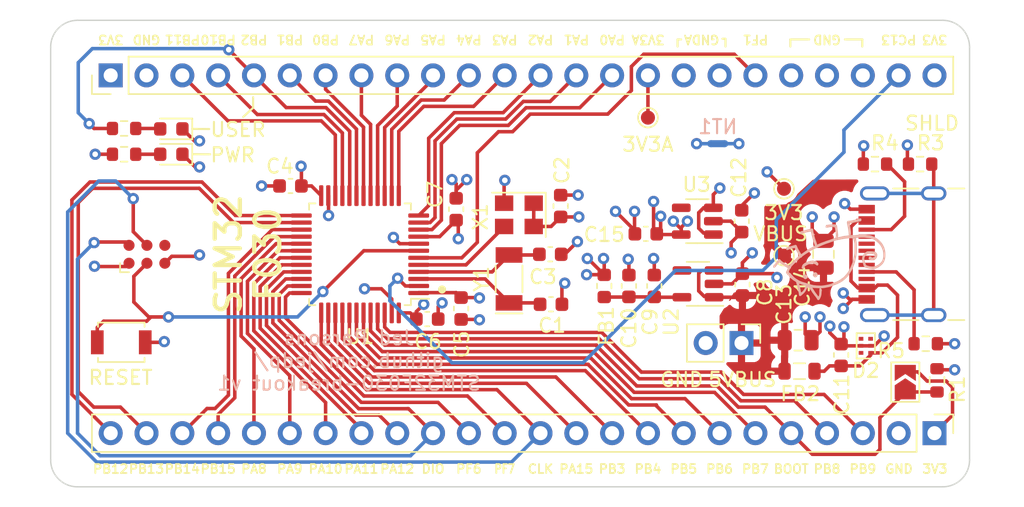
<source format=kicad_pcb>
(kicad_pcb (version 20211014) (generator pcbnew)
  (layers (0 "F.Cu" signal) (1 "In1.Cu" signal) (2 "In2.Cu" signal) (31 "B.Cu" signal) (34 "B.Paste" user) (35 "F.Paste" user) (36 "B.SilkS" user "B.Silkscreen") (37 "F.SilkS" user "F.Silkscreen") (38 "B.Mask" user) (39 "F.Mask" user) (44 "Edge.Cuts" user))
  (net 0 "")
  (net 1 "/LSE_XA")
  (net 2 "GND")
  (net 3 "+3.3V")
  (net 4 "/LSE_XB")
  (net 5 "+3.3VA")
  (net 6 "GNDA")
  (net 7 "/VBUS")
  (net 8 "Net-(C10-Pad1)")
  (net 9 "/USB_VBUS")
  (net 10 "Net-(D1-Pad2)")
  (net 11 "Net-(D3-Pad2)")
  (net 12 "/PF7")
  (net 13 "/PF6")
  (net 14 "/PA12")
  (net 15 "/PA11")
  (net 16 "/PA10")
  (net 17 "/PA9")
  (net 18 "/PA8")
  (net 19 "/PB15")
  (net 20 "/SWCLK")
  (net 21 "/SWDIO")
  (net 22 "/PB12")
  (net 23 "/PB11")
  (net 24 "/PB10")
  (net 25 "/LED_USER")
  (net 26 "/PB1")
  (net 27 "/PB0")
  (net 28 "/PA7")
  (net 29 "/PA6")
  (net 30 "/PA5")
  (net 31 "/PA4")
  (net 32 "/PA3")
  (net 33 "/PA2")
  (net 34 "/PA1")
  (net 35 "/PA0")
  (net 36 "/~{RST}")
  (net 37 "/PF1")
  (net 38 "/HSE_IN")
  (net 39 "/PC13")
  (net 40 "/PB9")
  (net 41 "/PB8")
  (net 42 "/BOOT0")
  (net 43 "/PB7")
  (net 44 "/PB6")
  (net 45 "/PB5")
  (net 46 "/PB4")
  (net 47 "/PB3")
  (net 48 "/PA15")
  (net 50 "Net-(J6-PadA5)")
  (net 54 "Net-(J6-PadB5)")
  (net 58 "Net-(J6-PadS1)")
  (net 61 "/PB13")
  (net 62 "/PB14")
  (footprint "Capacitor_SMD:C_0603_1608Metric" (layer "F.Cu") (at 171.75 73.85 -90)
    (fp_text reference "C12")
    (fp_text value "2.2uF")
  )
  (footprint "Button_Switch_SMD:SW_SPST_B3U-1000P-B" (layer "F.Cu") (at 127.75 82.45)
    (fp_text reference "Reset1" hide)
    (fp_text value "SW_Push")
  )
  (footprint "Package_TO_SOT_SMD:SOT-23-5" (layer "F.Cu") (at 168.65 78.3 180)
    (fp_text reference "U2")
    (fp_text value "MCP1802x-xx02xOT")
  )
  (footprint "TestPoint:TestPoint_Pad_D1.0mm" (layer "F.Cu") (at 165.1 66.5)
    (fp_text reference "TP1" hide)
    (fp_text value "TestPoint")
  )
  (footprint "LED_SMD:LED_0603_1608Metric" (layer "F.Cu") (at 131.3 69.1 180)
    (fp_text reference "D1" hide)
    (fp_text value "LED_PWR")
  )
  (footprint "Resistor_SMD:R_0603_1608Metric" (layer "F.Cu") (at 184.4 69.8 180)
    (fp_text reference "R3")
    (fp_text value "R0")
  )
  (footprint "Capacitor_SMD:C_0603_1608Metric" (layer "F.Cu") (at 163.75 78.45 90)
    (fp_text reference "C10")
    (fp_text value "1uF")
  )
  (footprint "Connector_PinHeader_2.54mm:PinHeader_1x02_P2.54mm_Vertical" (layer "F.Cu") (at 171.735 82.5 -90)
    (fp_text reference "J3" hide)
    (fp_text value "Conn_01x02_Female")
  )
  (footprint "MountingHole:MountingHole_2.2mm_M2" (layer "F.Cu") (at 176.05 68)
    (fp_text reference "H1" hide)
    (fp_text value "MountingHole")
  )
  (footprint "Capacitor_SMD:C_0603_1608Metric" (layer "F.Cu") (at 165.55 78.45 90)
    (fp_text reference "C9")
    (fp_text value "10uF")
  )
  (footprint "Capacitor_SMD:C_0603_1608Metric" (layer "F.Cu") (at 149.45 80.8)
    (fp_text reference "C6")
    (fp_text value "0.1uF")
  )
  (footprint "Capacitor_SMD:C_0603_1608Metric" (layer "F.Cu") (at 151.5 73 90)
    (fp_text reference "C7")
    (fp_text value "0.1uF")
  )
  (footprint "Resistor_SMD:R_0603_1608Metric" (layer "F.Cu") (at 127.95 69.1)
    (fp_text reference "R2" hide)
    (fp_text value "1k")
  )
  (footprint "Capacitor_SMD:C_0603_1608Metric" (layer "F.Cu") (at 158.175 76.2)
    (fp_text reference "C3")
    (fp_text value "22pF")
  )
  (footprint "Connector_USB:USB_C_Receptacle_GCT_USB4105-xx-A_16P_TopMnt_Horizontal" (layer "F.Cu") (at 184.29 76.2 90)
    (fp_text reference "J6" hide)
    (fp_text value "USB_C_Receptacle_USB2.0")
  )
  (footprint "TestPoint:TestPoint_Pad_D1.0mm" (layer "F.Cu") (at 174.75 71.55)
    (fp_text reference "TP3" hide)
    (fp_text value "TestPoint")
  )
  (footprint "Resistor_SMD:R_0603_1608Metric" (layer "F.Cu") (at 181.2 69.8 180)
    (fp_text reference "R4")
    (fp_text value "5.1k")
  )
  (footprint "Crystal:Crystal_SMD_MicroCrystal_CC5V-T1A-2Pin_4.1x1.5mm" (layer "F.Cu") (at 155.25 77.95 90)
    (fp_text reference "Y1")
    (fp_text value "Crystal")
  )
  (footprint "Capacitor_SMD:C_0603_1608Metric" (layer "F.Cu") (at 158.225 79.75)
    (fp_text reference "C1")
    (fp_text value "22pF")
  )
  (footprint "Jumper:SolderJumper-2_P1.3mm_Open_TrianglePad1.0x1.5mm" (layer "F.Cu") (at 183.35 85.275 90)
    (fp_text reference "JP1" hide)
    (fp_text value "BOOT0=1")
  )
  (footprint "MountingHole:MountingHole_2.2mm_M2" (layer "F.Cu") (at 132.8 84.5)
    (fp_text reference "H2" hide)
    (fp_text value "MountingHole")
  )
  (footprint "Resistor_SMD:R_0603_1608Metric" (layer "F.Cu") (at 127.95 67.27)
    (fp_text reference "R6" hide)
    (fp_text value "1k")
  )
  (footprint "Package_TO_SOT_SMD:SOT-886" (layer "F.Cu") (at 180.55 82.7 180)
    (fp_text reference "D2")
    (fp_text value "PESD5V0L4UF")
  )
  (footprint "Resistor_SMD:R_0603_1608Metric" (layer "F.Cu") (at 185.6 85.15 90)
    (fp_text reference "R1")
    (fp_text value "10k")
  )
  (footprint "Connector:Tag-Connect_TC2030-IDC-FP_2x03_P1.27mm_Vertical" (layer "F.Cu") (at 129.57 76.2)
    (fp_text reference "J5" hide)
    (fp_text value "TagConnect_TC2030")
  )
  (footprint "Capacitor_SMD:C_0603_1608Metric" (layer "F.Cu") (at 139.75 71.35 180)
    (fp_text reference "C4")
    (fp_text value "0.1uF")
  )
  (footprint "Capacitor_SMD:C_0603_1608Metric" (layer "F.Cu") (at 158.91 72.775 90)
    (fp_text reference "C2")
    (fp_text value "0.1uF")
  )
  (footprint "Package_QFP:LQFP-48_7x7mm_P0.5mm" (layer "F.Cu") (at 144.68 76.2 180)
    (fp_text reference "U1")
    (fp_text value "STM32F030C8Tx")
  )
  (footprint "Package_TO_SOT_SMD:SOT-23-5" (layer "F.Cu") (at 168.6 73.85 180)
    (fp_text reference "U3")
    (fp_text value "LP5907MFX-3.3")
  )
  (footprint "Inductor_SMD:L_0805_2012Metric" (layer "F.Cu") (at 175.85 84.5 180)
    (fp_text reference "FB2")
    (fp_text value "FerriteBead 0803")
  )
  (footprint "Connector_PinHeader_2.54mm:PinHeader_1x24_P2.54mm_Vertical" (layer "F.Cu") (at 185.42 88.9 -90)
    (fp_text reference "J2" hide)
    (fp_text value "Conn_01x24")
  )
  (footprint "TestPoint:TestPoint_Pad_D1.0mm" (layer "F.Cu") (at 174.75 76.3)
    (fp_text reference "TP2" hide)
    (fp_text value "TestPoint")
  )
  (footprint "Capacitor_SMD:C_0603_1608Metric" (layer "F.Cu") (at 164.95 74.75 180)
    (fp_text reference "C15")
    (fp_text value "2.2uF")
  )
  (footprint "Capacitor_SMD:C_0805_2012Metric" (layer "F.Cu") (at 177.55 76.2 90)
    (fp_text reference "C14")
    (fp_text value "4.7uF")
  )
  (footprint "Capacitor_SMD:C_0603_1608Metric" (layer "F.Cu") (at 171.8 78.35 90)
    (fp_text reference "C8")
    (fp_text value "1uF")
  )
  (footprint "Capacitor_SMD:C_0805_2012Metric" (layer "F.Cu") (at 175.75 82.3)
    (fp_text reference "C13")
    (fp_text value "0.1uF")
  )
  (footprint "Oscillator:Oscillator_SMD_Abracon_ASE-4Pin_3.2x2.5mm" (layer "F.Cu") (at 155.95 73.4 180)
    (fp_text reference "X1")
    (fp_text value "ASE-xxxMHz")
  )
  (footprint "Capacitor_SMD:C_0603_1608Metric" (layer "F.Cu") (at 151.85 80.05 -90)
    (fp_text reference "C5")
    (fp_text value "0.1uF")
  )
  (footprint "Resistor_SMD:R_0603_1608Metric" (layer "F.Cu") (at 184.8 82.55)
    (fp_text reference "R5")
    (fp_text value "5.1k")
  )
  (footprint "Capacitor_SMD:C_0603_1608Metric" (layer "F.Cu") (at 178.8 83.35 90)
    (fp_text reference "C11")
    (fp_text value "0.01uF")
  )
  (footprint "LED_SMD:LED_0603_1608Metric" (layer "F.Cu") (at 131.3 67.3 180)
    (fp_text reference "D3" hide)
    (fp_text value "LED_USER")
  )
  (footprint "Connector_PinHeader_2.54mm:PinHeader_1x24_P2.54mm_Vertical" (layer "F.Cu") (at 127 63.5 90)
    (fp_text reference "J1" hide)
    (fp_text value "Conn_01x24")
  )
  (footprint "Inductor_SMD:L_0603_1608Metric" (layer "F.Cu") (at 162 78.45 90)
    (fp_text reference "FB1")
    (fp_text value "FerriteBead")
  )
  (footprint "LOGO" (layer "B.Cu") (at 178.05 76.45)
    (fp_text reference "G***" hide)
    (fp_text value "LOGO" hide)
  )
  (footprint "NetTie:NetTie-2_SMD_Pad0.5mm" (layer "B.Cu") (at 170.05 68.35 180)
    (fp_text reference "NT1")
    (fp_text value "NetTie_2")
  )
  (gr_line (start 176.53 60.95) (end 175.2 60.95) (layer "F.SilkS") (width 0.15))
  (gr_line (start 175.2 60.95) (end 175.2 61.45) (layer "F.SilkS") (width 0.15))
  (gr_line (start 137.1 65.8) (end 136.4 66.45) (layer "F.SilkS") (width 0.15))
  (gr_line (start 170.6 60.9) (end 170.385 60.9) (layer "F.SilkS") (width 0.15))
  (gr_line (start 180.3 60.95) (end 179.07 60.95) (layer "F.SilkS") (width 0.15))
  (gr_line (start 167.2 60.95) (end 167.2 61.45) (layer "F.SilkS") (width 0.15))
  (gr_line (start 180.3 60.95) (end 180.3 61.45) (layer "F.SilkS") (width 0.15))
  (gr_line (start 170.6 60.95) (end 170.6 61.45) (layer "F.SilkS") (width 0.15))
  (gr_line (start 137.1 65.05) (end 137.1 65.8) (layer "F.SilkS") (width 0.15))
  (gr_line (start 133.985 67.31) (end 132.785 67.3) (layer "F.SilkS") (width 0.15))
  (gr_line (start 167.45 60.95) (end 167.235 60.95) (layer "F.SilkS") (width 0.15))
  (gr_line (start 134.05 69.105) (end 132.85 69.095) (layer "F.SilkS") (width 0.15))
  (gr_circle (center 150.5 78.7) (end 150.712132 78.7) (layer "F.SilkS") (width 0.15) (fill solid))
  (gr_line (start 122.74205 90.802962) (end 122.74205 61.497038) (layer "Edge.Cuts") (width 0.1))
  (gr_line (start 187.907962 61.497038) (end 187.907962 90.802962) (layer "Edge.Cuts") (width 0.1))
  (gr_line (start 124.64705 59.592038) (end 186.002962 59.592038) (layer "Edge.Cuts") (width 0.1))
  (gr_arc (start 186.002962 59.592038) (mid 187.35 60.15) (end 187.907962 61.497038) (layer "Edge.Cuts") (width 0.1))
  (gr_arc (start 124.64705 92.707962) (mid 123.3 92.150012) (end 122.74205 90.802962) (layer "Edge.Cuts") (width 0.1))
  (gr_arc (start 187.907962 90.802962) (mid 187.35 92.15) (end 186.002962 92.707962) (layer "Edge.Cuts") (width 0.1))
  (gr_line (start 186.002962 92.707962) (end 124.64705 92.707962) (layer "Edge.Cuts") (width 0.1))
  (gr_arc (start 122.74205 61.497038) (mid 123.3 60.149988) (end 124.64705 59.592038) (layer "Edge.Cuts") (width 0.1))
  (gr_text "Jed Parsons\ngithub.com/jedp/\nSTM32F030-breakout v1" (at 143.9 83.75) (layer "B.SilkS") (effects (font (size 1 1)) (justify mirror)))
  (gr_text "PF6" (at 152.4 91.44) (layer "F.SilkS") (effects (font (size 0.635 0.635) (thickness 0.127))))
  (gr_text "5VBUS" (at 171.8 85.1) (layer "F.SilkS") (effects (font (size 1 1))))
  (gr_text "3V3" (at 185.45 91.44) (layer "F.SilkS") (effects (font (size 0.635 0.635) (thickness 0.127))))
  (gr_text "GNDA" (at 168.91 60.96 180) (layer "F.SilkS") (effects (font (size 0.635 0.635) (thickness 0.127))))
  (gr_text "PB15" (at 134.62 91.44) (layer "F.SilkS") (effects (font (size 0.635 0.635) (thickness 0.127))))
  (gr_text "PA6" (at 147.32 60.96 180) (layer "F.SilkS") (effects (font (size 0.635 0.635) (thickness 0.127))))
  (gr_text "PB10" (at 134.62 60.96 180) (layer "F.SilkS") (effects (font (size 0.635 0.635) (thickness 0.127))))
  (gr_text "PA15" (at 160.02 91.44) (layer "F.SilkS") (effects (font (size 0.635 0.635) (thickness 0.127))))
  (gr_text "CLK" (at 157.48 91.44) (layer "F.SilkS") (effects (font (size 0.635 0.635) (thickness 0.127))))
  (gr_text "PA0" (at 162.56 60.96 180) (layer "F.SilkS") (effects (font (size 0.635 0.635) (thickness 0.127))))
  (gr_text "PB1" (at 139.7 60.96 180) (layer "F.SilkS") (effects (font (size 0.635 0.635) (thickness 0.127))))
  (gr_text "PB3" (at 162.56 91.44) (layer "F.SilkS") (effects (font (size 0.635 0.635) (thickness 0.127))))
  (gr_text "PA1" (at 160.02 60.96 180) (layer "F.SilkS") (effects (font (size 0.635 0.635) (thickness 0.127))))
  (gr_text "VBUS" (at 174.5 74.75) (layer "F.SilkS") (effects (font (size 1 1))))
  (gr_text "PB9" (at 180.34 91.44) (layer "F.SilkS") (effects (font (size 0.635 0.635) (thickness 0.127))))
  (gr_text "RESET" (at 127.7 84.95) (layer "F.SilkS") (effects (font (size 1 1))))
  (gr_text "USER" (at 133.985 67.35) (layer "F.SilkS") (effects (font (size 1 1)) (justify left)))
  (gr_text "PA2" (at 157.48 60.96 180) (layer "F.SilkS") (effects (font (size 0.635 0.635) (thickness 0.127))))
  (gr_text "F030" (at 138.15 76.2 90) (layer "F.SilkS") (effects (font (size 1.778 1.778) (thickness 0.3048))))
  (gr_text "PA7" (at 144.78 60.96 180) (layer "F.SilkS") (effects (font (size 0.635 0.635) (thickness 0.127))))
  (gr_text "GND" (at 177.8 60.96 180) (layer "F.SilkS") (effects (font (size 0.635 0.635) (thickness 0.127))))
  (gr_text "3V3A" (at 165.1 60.96 180) (layer "F.SilkS") (effects (font (size 0.635 0.635) (thickness 0.127))))
  (gr_text "STM32" (at 135.35 76.2 90) (layer "F.SilkS") (effects (font (size 1.778 1.778) (thickness 0.3048))))
  (gr_text "PB4" (at 165.1 91.44) (layer "F.SilkS") (effects (font (size 0.635 0.635) (thickness 0.127))))
  (gr_text "PA3" (at 154.94 60.96 180) (layer "F.SilkS") (effects (font (size 0.635 0.635) (thickness 0.127))))
  (gr_text "3V3" (at 127 60.96 180) (layer "F.SilkS") (effects (font (size 0.635 0.635) (thickness 0.127))))
  (gr_text "PB6" (at 170.18 91.44) (layer "F.SilkS") (effects (font (size 0.635 0.635) (thickness 0.127))))
  (gr_text "PA10" (at 142.24 91.44) (layer "F.SilkS") (effects (font (size 0.635 0.635) (thickness 0.127))))
  (gr_text "PA9" (at 139.7 91.44) (layer "F.SilkS") (effects (font (size 0.635 0.635) (thickness 0.127))))
  (gr_text "PA8" (at 137.16 91.44) (layer "F.SilkS") (effects (font (size 0.635 0.635) (thickness 0.127))))
  (gr_text "SHLD" (at 185.25 66.9) (layer "F.SilkS") (effects (font (size 1 1))))
  (gr_text "PB5" (at 167.64 91.44) (layer "F.SilkS") (effects (font (size 0.635 0.635) (thickness 0.127))))
  (gr_text "PB13" (at 129.54 91.44) (layer "F.SilkS") (effects (font (size 0.635 0.635) (thickness 0.127))))
  (gr_text "PA11" (at 144.78 91.44) (layer "F.SilkS") (effects (font (size 0.635 0.635) (thickness 0.127))))
  (gr_text "GND" (at 129.54 60.96 180) (layer "F.SilkS") (effects (font (size 0.635 0.635) (thickness 0.127))))
  (gr_text "PA12" (at 147.32 91.44) (layer "F.SilkS") (effects (font (size 0.635 0.635) (thickness 0.127))))
  (gr_text "3V3" (at 185.42 60.96 180) (layer "F.SilkS") (effects (font (size 0.635 0.635) (thickness 0.127))))
  (gr_text "PB14" (at 132.08 91.44) (layer "F.SilkS") (effects (font (size 0.635 0.635) (thickness 0.127))))
  (gr_text "PA5" (at 149.86 60.96 180) (layer "F.SilkS") (effects (font (size 0.635 0.635) (thickness 0.127))))
  (gr_text "PF7\n" (at 154.94 91.44) (layer "F.SilkS") (effects (font (size 0.635 0.508) (thickness 0.127))))
  (gr_text "GND" (at 182.9 91.44) (layer "F.SilkS") (effects (font (size 0.635 0.635) (thickness 0.127))))
  (gr_text "PB11" (at 132.08 60.96 180) (layer "F.SilkS") (effects (font (size 0.635 0.635) (thickness 0.127))))
  (gr_text "3V3" (at 174.75 73.25) (layer "F.SilkS") (effects (font (size 1 1))))
  (gr_text "PB0" (at 142.24 60.96 180) (layer "F.SilkS") (effects (font (size 0.635 0.635) (thickness 0.127))))
  (gr_text "PA4" (at 152.4 60.96 180) (layer "F.SilkS") (effects (font (size 0.635 0.635) (thickness 0.127))))
  (gr_text "BOOT" (at 175.26 91.44) (layer "F.SilkS") (effects (font (size 0.635 0.635) (thickness 0.127))))
  (gr_text "PWR" (at 133.985 69.15) (layer "F.SilkS") (effects (font (size 1 1)) (justify left)))
  (gr_text "PB8" (at 177.8 91.44) (layer "F.SilkS") (effects (font (size 0.635 0.635) (thickness 0.127))))
  (gr_text "PB2" (at 137.16 60.96 180) (layer "F.SilkS") (effects (font (size 0.635 0.635) (thickness 0.127))))
  (gr_text "PB12" (at 127 91.44) (layer "F.SilkS") (effects (font (size 0.635 0.635) (thickness 0.127))))
  (gr_text "PB7" (at 172.72 91.44) (layer "F.SilkS") (effects (font (size 0.635 0.635) (thickness 0.127))))
  (gr_text "3V3A" (at 165.1 68.4) (layer "F.SilkS") (effects (font (size 1 1))))
  (gr_text "PF1" (at 172.72 60.96 180) (layer "F.SilkS") (effects (font (size 0.635 0.635) (thickness 0.127))))
  (gr_text "DIO" (at 149.86 91.44) (layer "F.SilkS") (effects (font (size 0.635 0.635) (thickness 0.127))))
  (gr_text "GND" (at 167.5 85.1) (layer "F.SilkS") (effects (font (size 1 1))))
  (gr_text "PC13" (at 182.88 60.96 180) (layer "F.SilkS") (effects (font (size 0.635 0.635) (thickness 0.127))))
  (segment (start 148.8425 77.95) (end 153.55 77.95) (width 0.25) (layer "F.Cu") (net 1))
  (segment (start 157.35 79.65) (end 157.45 79.75) (width 0.25) (layer "F.Cu") (net 1))
  (segment (start 155.25 79.65) (end 157.35 79.65) (width 0.25) (layer "F.Cu") (net 1))
  (segment (start 153.55 77.95) (end 155.25 79.65) (width 0.25) (layer "F.Cu") (net 1))
  (segment (start 178.925 82.7) (end 178.8 82.575) (width 0.25) (layer "F.Cu") (net 2))
  (segment (start 178 81.3) (end 178 81.775) (width 0.25) (layer "F.Cu") (net 2))
  (segment (start 186.85 82.55) (end 185.625 82.55) (width 0.25) (layer "F.Cu") (net 2))
  (segment (start 165.55 76.55) (end 165.5 76.5) (width 0.25) (layer "F.Cu") (net 2))
  (segment (start 179.45 73) (end 179.05 72.6) (width 0.25) (layer "F.Cu") (net 2))
  (segment (start 158.91 72) (end 160.15 72) (width 0.25) (layer "F.Cu") (net 2))
  (segment (start 145 78.65) (end 146.2 78.65) (width 0.25) (layer "F.Cu") (net 2))
  (segment (start 171.8 77.575) (end 173.975 77.575) (width 0.25) (layer "F.Cu") (net 2))
  (segment (start 180.61 73) (end 179.45 73) (width 0.25) (layer "F.Cu") (net 2))
  (segment (start 173.975 77.575) (end 174.25 77.85) (width 0.25) (layer "F.Cu") (net 2))
  (segment (start 179.4 79.4) (end 178.95 78.95) (width 0.25) (layer "F.Cu") (net 2))
  (segment (start 180.375 69.8) (end 180.375 68.525) (width 0.25) (layer "F.Cu") (net 2))
  (segment (start 142.45 72.0575) (end 142.43 72.0375) (width 0.25) (layer "F.Cu") (net 2))
  (segment (start 180.89 82.7) (end 180.21 82.7) (width 0.25) (layer "F.Cu") (net 2))
  (segment (start 180.61 79.4) (end 179.6 79.4) (width 0.25) (layer "F.Cu") (net 2))
  (segment (start 179 81.35) (end 179 82.375) (width 0.25) (layer "F.Cu") (net 2))
  (segment (start 165.55 77.675) (end 165.55 76.55) (width 0.25) (layer "F.Cu") (net 2))
  (segment (start 129.45 82.45) (end 130.75 82.45) (width 0.25) (layer "F.Cu") (net 2))
  (segment (start 171.8 77.575) (end 171.8 76.8) (width 0.25) (layer "F.Cu") (net 2))
  (segment (start 179.6 79.4) (end 178.95 80.05) (width 0.25) (layer "F.Cu") (net 2))
  (segment (start 159 78.45) (end 159.2 78.25) (width 0.25) (layer "F.Cu") (net 2))
  (segment (start 154.9 72.575) (end 154.9 71) (width 0.25) (layer "F.Cu") (net 2))
  (segment (start 146.93 79.38) (end 146.93 80.3625) (width 0.25) (layer "F.Cu") (net 2))
  (segment (start 177.3 81.7) (end 176.7 82.3) (width 0.25) (layer "F.Cu") (net 2))
  (segment (start 169.7875 78.3) (end 171.075 78.3) (width 0.25) (layer "F.Cu") (net 2))
  (segment (start 150.225 80.8) (end 150.225 79.925) (width 0.25) (layer "F.Cu") (net 2))
  (segment (start 163.75 76.6) (end 163.7 76.55) (width 0.25) (layer "F.Cu") (net 2))
  (segment (start 176.25 80.65) (end 176.25 81.85) (width 0.25) (layer "F.Cu") (net 2))
  (segment (start 159.2 76.2) (end 160.1 75.3) (width 0.25) (layer "F.Cu") (net 2))
  (segment (start 142.45 73.45) (end 142.45 72.0575) (width 0.25) (layer "F.Cu") (net 2))
  (segment (start 133.3 68.15) (end 132.9375 68.15) (width 0.25) (layer "F.Cu") (net 2))
  (segment (start 178.3 73.55) (end 178.3 74.5) (width 0.25) (layer "F.Cu") (net 2))
  (segment (start 171.8 76.8) (end 172.5 76.1) (width 0.25) (layer "F.Cu") (net 2))
  (segment (start 169.7375 73.85) (end 170.975 73.85) (width 0.25) (layer "F.Cu") (net 2))
  (segment (start 150.225 79.925) (end 150.5 79.65) (width 0.25) (layer "F.Cu") (net 2))
  (segment (start 131.329301 76.345699) (end 133.204301 76.345699) (width 0.25) (layer "F.Cu") (net 2))
  (segment (start 170.975 73.85) (end 171.75 74.625) (width 0.25) (layer "F.Cu") (net 2))
  (segment (start 183.5 69.725) (end 183.575 69.8) (width 0.25) (layer "F.Cu") (net 2))
  (segment (start 183.5 68.45) (end 183.5 69.725) (width 0.25) (layer "F.Cu") (net 2))
  (segment (start 178 81.775) (end 178.8 82.575) (width 0.25) (layer "F.Cu") (net 2))
  (segment (start 176.75 73.55) (end 176.75 74.45) (width 0.25) (layer "F.Cu") (net 2))
  (segment (start 151.85 80.825) (end 153.125 80.825) (width 0.25) (layer "F.Cu") (net 2))
  (segment (start 158.95 76.2) (end 159.2 76.2) (width 0.25) (layer "F.Cu") (net 2))
  (segment (start 171.075 78.3) (end 171.8 77.575) (width 0.25) (layer "F.Cu") (net 2))
  (segment (start 181.85 82) (end 181.15 82.7) (width 0.25) (layer "F.Cu") (net 2))
  (segment (start 132.9875 70) (end 132.0875 69.1) (width 0.25) (layer "F.Cu") (net 2))
  (segment (start 130.75 82.45) (end 130.8 82.4) (width 0.25) (layer "F.Cu") (net 2))
  (segment (start 154.9 71) (end 154.95 70.95) (width 0.25) (layer "F.Cu") (net 2))
  (segment (start 186.85 84.4) (end 185.675 84.4) (width 0.25) (layer "F.Cu") (net 2))
  (segment (start 163.75 77.675) (end 163.75 76.6) (width 0.25) (layer "F.Cu") (net 2))
  (segment (start 171 76.1) (end 171 75.375) (width 0.25) (layer "F.Cu") (net 2))
  (segment (start 159 79.75) (end 159 78.45) (width 0.25) (layer "F.Cu") (net 2))
  (segment (start 177.3 80.65) (end 177.3 81.7) (width 0.25) (layer "F.Cu") (net 2))
  (segment (start 185.675 84.4) (end 185.6 84.325) (width 0.25) (layer "F.Cu") (net 2))
  (segment (start 146.2 78.65) (end 146.93 79.38) (width 0.25) (layer "F.Cu") (net 2))
  (segment (start 133.204301 76.345699) (end 133.3 76.25) (width 0.25) (layer "F.Cu") (net 2))
  (segment (start 180.375 68.525) (end 180.4 68.5) (width 0.25) (layer "F.Cu") (net 2))
  (segment (start 180.61 79.4) (end 179.4 79.4) (width 0.25) (layer "F.Cu") (net 2))
  (segment (start 180.21 82.7) (end 178.925 82.7) (width 0.25) (layer "F.Cu") (net 2))
  (segment (start 176.75 74.45) (end 177.55 75.25) (width 0.25) (layer "F.Cu") (net 2))
  (segment (start 178.3 74.5) (end 177.55 75.25) (width 0.25) (layer "F.Cu") (net 2))
  (segment (start 130.84 76.835) (end 131.329301 76.345699) (width 0.25) (layer "F.Cu") (net 2))
  (segment (start 181.15 82.7) (end 180.89 82.7) (width 0.25) (layer "F.Cu") (net 2))
  (segment (start 153.125 80.825) (end 153.15 80.85) (width 0.25) (layer "F.Cu") (net 2))
  (segment (start 171 75.375) (end 171.75 74.625) (width 0.25) (layer "F.Cu") (net 2))
  (segment (start 179 82.375) (end 178.8 82.575) (width 0.25) (layer "F.Cu") (net 2))
  (segment (start 133.3 70) (end 132.9875 70) (width 0.25) (layer "F.Cu") (net 2))
  (segment (start 132.9375 68.15) (end 132.0875 67.3) (width 0.25) (layer "F.Cu") (net 2))
  (segment (start 176.25 81.85) (end 176.7 82.3) (width 0.25) (layer "F.Cu") (net 2))
  (segment (start 138.975 71.35) (end 137.7 71.35) (width 0.25) (layer "F.Cu") (net 2))
  (via (at 165.5 76.5) (size 0.8) (drill 0.4) (layers "F.Cu" "B.Cu") (net 2))
  (via (at 174.25 77.85) (size 0.8) (drill 0.4) (layers "F.Cu" "B.Cu") (net 2))
  (via (at 130.8 82.4) (size 0.8) (drill 0.4) (layers "F.Cu" "B.Cu") (net 2))
  (via (at 133.3 76.25) (size 0.8) (drill 0.4) (layers "F.Cu" "B.Cu") (net 2))
  (via (at 177.3 80.65) (size 0.8) (drill 0.4) (layers "F.Cu" "B.Cu") (net 2))
  (via (at 179.05 72.6) (size 0.8) (drill 0.4) (layers "F.Cu" "B.Cu") (net 2))
  (via (at 179 81.35) (size 0.8) (drill 0.4) (layers "F.Cu" "B.Cu") (net 2))
  (via (at 176.75 73.55) (size 0.8) (drill 0.4) (layers "F.Cu" "B.Cu") (net 2))
  (via (at 154.95 70.95) (size 0.8) (drill 0.4) (layers "F.Cu" "B.Cu") (net 2))
  (via (at 160.1 75.3) (size 0.8) (drill 0.4) (layers "F.Cu" "B.Cu") (net 2))
  (via (at 181.85 82) (size 0.8) (drill 0.4) (layers "F.Cu" "B.Cu") (net 2))
  (via (at 176.25 80.65) (size 0.8) (drill 0.4) (layers "F.Cu" "B.Cu") (net 2))
  (via (at 150.5 79.65) (size 0.8) (drill 0.4) (layers "F.Cu" "B.Cu") (net 2))
  (via (at 186.85 84.4) (size 0.8) (drill 0.4) (layers "F.Cu" "B.Cu") (net 2))
  (via (at 142.45 73.45) (size 0.8) (drill 0.4) (layers "F.Cu" "B.Cu") (net 2))
  (via (at 160.15 72) (size 0.8) (drill 0.4) (layers "F.Cu" "B.Cu") (net 2))
  (via (at 137.7 71.35) (size 0.8) (drill 0.4) (layers "F.Cu" "B.Cu") (net 2))
  (via (at 178.95 80.05) (size 0.8) (drill 0.4) (layers "F.Cu" "B.Cu") (net 2))
  (via (at 171.55 68.35) (size 0.8) (drill 0.4) (layers "F.Cu" "B.Cu") (net 2))
  (via (at 133.3 68.15) (size 0.8) (drill 0.4) (layers "F.Cu" "B.Cu") (net 2))
  (via (at 159.2 78.25) (size 0.8) (drill 0.4) (layers "F.Cu" "B.Cu") (net 2))
  (via (at 183.5 68.45) (size 0.8) (drill 0.4) (layers "F.Cu" "B.Cu") (net 2))
  (via (at 145 78.65) (size 0.8) (drill 0.4) (layers "F.Cu" "B.Cu") (net 2))
  (via (at 171 76.1) (size 0.8) (drill 0.4) (layers "F.Cu" "B.Cu") (net 2))
  (via (at 180.4 68.5) (size 0.8) (drill 0.4) (layers "F.Cu" "B.Cu") (net 2))
  (via (at 163.7 76.55) (size 0.8) (drill 0.4) (layers "F.Cu" "B.Cu") (net 2))
  (via (at 178.95 78.95) (size 0.8) (drill 0.4) (layers "F.Cu" "B.Cu") (net 2))
  (via (at 133.3 70) (size 0.8) (drill 0.4) (layers "F.Cu" "B.Cu") (net 2))
  (via (at 172.5 76.1) (size 0.8) (drill 0.4) (layers "F.Cu" "B.Cu") (net 2))
  (via (at 186.85 82.55) (size 0.8) (drill 0.4) (layers "F.Cu" "B.Cu") (net 2))
  (via (at 153.15 80.85) (size 0.8) (drill 0.4) (layers "F.Cu" "B.Cu") (net 2))
  (via (at 178.3 73.55) (size 0.8) (drill 0.4) (layers "F.Cu" "B.Cu") (net 2))
  (via (at 178 81.3) (size 0.8) (drill 0.4) (layers "F.Cu" "B.Cu") (net 2))
  (segment (start 170.55 68.35) (end 171.55 68.35) (width 0.25) (layer "B.Cu") (net 2))
  (segment (start 169.7375 72.9) (end 169.7375 71.9625) (width 0.25) (layer "F.Cu") (net 3))
  (segment (start 158.91 73.55) (end 160.2 73.55) (width 0.25) (layer "F.Cu") (net 3))
  (segment (start 140.525 69.975) (end 140.5 69.95) (width 0.25) (layer "F.Cu") (net 3))
  (segment (start 157 74.225) (end 157 72.575) (width 0.25) (layer "F.Cu") (net 3))
  (segment (start 141.2425 71.35) (end 141.93 72.0375) (width 0.25) (layer "F.Cu") (net 3))
  (segment (start 162 77.6625) (end 162 76.55) (width 0.25) (layer "F.Cu") (net 3))
  (segment (start 186.7 87.62) (end 185.42 88.9) (width 0.25) (layer "F.Cu") (net 3))
  (segment (start 148.675 80.275) (end 149.2 79.75) (width 0.25) (layer "F.Cu") (net 3))
  (segment (start 160.75 77.65) (end 161.9875 77.65) (width 0.25) (layer "F.Cu") (net 3))
  (segment (start 140.525 71.35) (end 140.525 69.975) (width 0.25) (layer "F.Cu") (net 3))
  (segment (start 169.05 72.9) (end 168.7 73.25) (width 0.25) (layer "F.Cu") (net 3))
  (segment (start 161.9875 77.65) (end 162 77.6625) (width 0.25) (layer "F.Cu") (net 3))
  (segment (start 148.8675 78.925) (end 151.5 78.925) (width 0.25) (layer "F.Cu") (net 3))
  (segment (start 148.675 80.8) (end 148.675 80.275) (width 0.25) (layer "F.Cu") (net 3))
  (segment (start 171.75 72.75) (end 172.65 71.85) (width 0.25) (layer "F.Cu") (net 3))
  (segment (start 171.75 73.075) (end 171.75 72.75) (width 0.25) (layer "F.Cu") (net 3))
  (segment (start 168.7 74.35) (end 169.05 74.7) (width 0.25) (layer "F.Cu") (net 3))
  (segment (start 151.85 79.275) (end 153.125 79.275) (width 0.25) (layer "F.Cu") (net 3))
  (segment (start 153.125 79.275) (end 153.15 79.3) (width 0.25) (layer "F.Cu") (net 3))
  (segment (start 160.8375 76.5) (end 162 77.6625) (width 0.25) (layer "F.Cu") (net 3))
  (segment (start 169.7375 72.9) (end 169.05 72.9) (width 0.25) (layer "F.Cu") (net 3))
  (segment (start 168.7 73.25) (end 168.7 74.35) (width 0.25) (layer "F.Cu") (net 3))
  (segment (start 157 74.225) (end 158.235 74.225) (width 0.25) (layer "F.Cu") (net 3))
  (segment (start 169.7375 71.9625) (end 170.2 71.5) (width 0.25) (layer "F.Cu") (net 3))
  (segment (start 184.25 84.55) (end 184.9 85.2) (width 0.25) (layer "F.Cu") (net 3))
  (segment (start 173.55 70.35) (end 174.75 71.55) (width 0.25) (layer "F.Cu") (net 3))
  (segment (start 186.25 85.2) (end 186.7 85.65) (width 0.25) (layer "F.Cu") (net 3))
  (segment (start 158.235 74.225) (end 158.91 73.55) (width 0.25) (layer "F.Cu") (net 3))
  (segment (start 162 76.55) (end 161.95 76.5) (width 0.25) (layer "F.Cu") (net 3))
  (segment (start 151.5 78.925) (end 151.85 79.275) (width 0.25) (layer "F.Cu") (net 3))
  (segment (start 148.8425 78.95) (end 148.8675 78.925) (width 0.25) (layer "F.Cu") (net 3))
  (segment (start 128.064699 77.070301) (end 128.3 76.835) (width 0.25) (layer "F.Cu") (net 3))
  (segment (start 160.8 76.5) (end 160.8375 76.5) (width 0.25) (layer "F.Cu") (net 3))
  (segment (start 183.35 84.55) (end 184.25 84.55) (width 0.25) (layer "F.Cu") (net 3))
  (segment (start 125.9 69.1) (end 127.125 69.1) (width 0.25) (layer "F.Cu") (net 3))
  (segment (start 147.43 80.3625) (end 148.2375 80.3625) (width 0.25) (layer "F.Cu") (net 3))
  (segment (start 186.7 85.65) (end 186.7 87.62) (width 0.25) (layer "F.Cu") (net 3))
  (segment (start 140.525 71.35) (end 141.2425 71.35) (width 0.25) (layer "F.Cu") (net 3))
  (segment (start 125.85 77.05) (end 125.870301 77.070301) (width 0.25) (layer "F.Cu") (net 3))
  (segment (start 125.870301 77.070301) (end 128.064699 77.070301) (width 0.25) (layer "F.Cu") (net 3))
  (segment (start 184.9 85.2) (end 186.25 85.2) (width 0.25) (layer "F.Cu") (net 3))
  (segment (start 148.2375 80.3625) (end 148.675 80.8) (width 0.25) (layer "F.Cu") (net 3))
  (via (at 160.8 76.5) (size 0.8) (drill 0.4) (layers "F.Cu" "B.Cu") (net 3))
  (via (at 125.9 69.1) (size 0.8) (drill 0.4) (layers "F.Cu" "B.Cu") (net 3))
  (via (at 170.2 71.5) (size 0.8) (drill 0.4) (layers "F.Cu" "B.Cu") (net 3))
  (via (at 149.2 79.75) (size 0.8) (drill 0.4) (layers "F.Cu" "B.Cu") (net 3))
  (via (at 172.65 71.85) (size 0.8) (drill 0.4) (layers "F.Cu" "B.Cu") (net 3))
  (via (at 140.5 69.95) (size 0.8) (drill 0.4) (layers "F.Cu" "B.Cu") (net 3))
  (via (at 173.55 70.35) (size 0.8) (drill 0.4) (layers "F.Cu" "B.Cu") (net 3))
  (via (at 161.95 76.5) (size 0.8) (drill 0.4) (layers "F.Cu" "B.Cu") (net 3))
  (via (at 153.15 79.3) (size 0.8) (drill 0.4) (layers "F.Cu" "B.Cu") (net 3))
  (via (at 125.85 77.05) (size 0.8) (drill 0.4) (layers "F.Cu" "B.Cu") (net 3))
  (via (at 160.75 77.65) (size 0.8) (drill 0.4) (layers "F.Cu" "B.Cu") (net 3))
  (via (at 160.2 73.55) (size 0.8) (drill 0.4) (layers "F.Cu" "B.Cu") (net 3))
  (segment (start 148.8425 77.45) (end 154.05 77.45) (width 0.25) (layer "F.Cu") (net 4))
  (segment (start 154.05 77.45) (end 155.25 76.25) (width 0.25) (layer "F.Cu") (net 4))
  (segment (start 155.25 76.25) (end 157.35 76.25) (width 0.25) (layer "F.Cu") (net 4))
  (segment (start 157.35 76.25) (end 157.4 76.2) (width 0.25) (layer "F.Cu") (net 4))
  (segment (start 167.4625 74.8) (end 165.775 74.8) (width 0.25) (layer "F.Cu") (net 5))
  (segment (start 165.1 66.5) (end 165.1 63.5) (width 0.25) (layer "F.Cu") (net 5))
  (segment (start 167.4625 74.8) (end 167.4625 74.2875) (width 0.25) (layer "F.Cu") (net 5))
  (segment (start 151.65 75.1) (end 151.65 73.925) (width 0.25) (layer "F.Cu") (net 5))
  (segment (start 165.5 72.45) (end 165.5 74.525) (width 0.25) (layer "F.Cu") (net 5))
  (segment (start 166 74.475) (end 165.725 74.75) (width 0.25) (layer "F.Cu") (net 5))
  (segment (start 150.325 74.95) (end 151.5 73.775) (width 0.25) (layer "F.Cu") (net 5))
  (segment (start 165.5 74.525) (end 165.725 74.75) (width 0.25) (layer "F.Cu") (net 5))
  (segment (start 166 73.5) (end 166 74.475) (width 0.25) (layer "F.Cu") (net 5))
  (segment (start 167.4625 74.8) (end 167.4625 74.4125) (width 0.25) (layer "F.Cu") (net 5))
  (segment (start 167.4625 74.2875) (end 167.9 73.85) (width 0.25) (layer "F.Cu") (net 5))
  (segment (start 167.4625 74.4125) (end 166.9 73.85) (width 0.25) (layer "F.Cu") (net 5))
  (segment (start 165.775 74.8) (end 165.725 74.75) (width 0.25) (layer "F.Cu") (net 5))
  (segment (start 151.65 73.925) (end 151.5 73.775) (width 0.25) (layer "F.Cu") (net 5))
  (segment (start 148.8425 74.95) (end 150.325 74.95) (width 0.25) (layer "F.Cu") (net 5))
  (via (at 166 73.5) (size 0.8) (drill 0.4) (layers "F.Cu" "B.Cu") (net 5))
  (via (at 151.65 75.1) (size 0.8) (drill 0.4) (layers "F.Cu" "B.Cu") (net 5))
  (via (at 167.9 73.85) (size 0.8) (drill 0.4) (layers "F.Cu" "B.Cu") (net 5))
  (via (at 166.9 73.85) (size 0.8) (drill 0.4) (layers "F.Cu" "B.Cu") (net 5))
  (via (at 165.5 72.45) (size 0.8) (drill 0.4) (layers "F.Cu" "B.Cu") (net 5))
  (segment (start 151.5 72.225) (end 151.5 71.65) (width 0.25) (layer "F.Cu") (net 6))
  (segment (start 164.175 74.525) (end 162.8 73.15) (width 0.25) (layer "F.Cu") (net 6))
  (segment (start 151.5 71.65) (end 152.25 70.9) (width 0.25) (layer "F.Cu") (net 6))
  (segment (start 164.175 74.75) (end 164.175 74.525) (width 0.25) (layer "F.Cu") (net 6))
  (segment (start 147.5 75.45) (end 147.05 75) (width 0.25) (layer "F.Cu") (net 6))
  (segment (start 164.15 74.725) (end 164.175 74.75) (width 0.25) (layer "F.Cu") (net 6))
  (segment (start 151.5 72.225) (end 151.5 71.2) (width 0.25) (layer "F.Cu") (net 6))
  (segment (start 151.5 71.2) (end 151.2 70.9) (width 0.25) (layer "F.Cu") (net 6))
  (segment (start 148.8425 75.45) (end 147.5 75.45) (width 0.25) (layer "F.Cu") (net 6))
  (segment (start 164.15 73.15) (end 164.15 74.725) (width 0.25) (layer "F.Cu") (net 6))
  (via (at 147.05 75) (size 0.8) (drill 0.4) (layers "F.Cu" "B.Cu") (net 6))
  (via (at 152.25 70.9) (size 0.8) (drill 0.4) (layers "F.Cu" "B.Cu") (net 6))
  (via (at 151.2 70.9) (size 0.8) (drill 0.4) (layers "F.Cu" "B.Cu") (net 6))
  (via (at 164.15 73.15) (size 0.8) (drill 0.4) (layers "F.Cu" "B.Cu") (net 6))
  (via (at 168.55 68.35) (size 0.8) (drill 0.4) (layers "F.Cu" "B.Cu") (net 6))
  (via (at 162.8 73.15) (size 0.8) (drill 0.4) (layers "F.Cu" "B.Cu") (net 6))
  (segment (start 168.55 68.35) (end 169.55 68.35) (width 0.25) (layer "B.Cu") (net 6))
  (segment (start 168.7 77.55) (end 168.7 78.8) (width 0.25) (layer "F.Cu") (net 7))
  (segment (start 169.7875 79.25) (end 171.675 79.25) (width 0.25) (layer "F.Cu") (net 7))
  (segment (start 169.7875 77.35) (end 168.9 77.35) (width 0.25) (layer "F.Cu") (net 7))
  (segment (start 168.7 78.8) (end 169.1 79.2) (width 0.25) (layer "F.Cu") (net 7))
  (segment (start 168.9 77.35) (end 168.7 77.55) (width 0.25) (layer "F.Cu") (net 7))
  (segment (start 171.675 79.25) (end 171.8 79.125) (width 0.25) (layer "F.Cu") (net 7))
  (segment (start 163.75 79.225) (end 165.55 79.225) (width 0.25) (layer "F.Cu") (net 8))
  (segment (start 165.575 79.25) (end 165.55 79.225) (width 0.25) (layer "F.Cu") (net 8))
  (segment (start 167.5125 79.25) (end 165.575 79.25) (width 0.25) (layer "F.Cu") (net 8))
  (segment (start 162 79.2375) (end 163.7375 79.2375) (width 0.25) (layer "F.Cu") (net 8))
  (segment (start 163.7375 79.2375) (end 163.75 79.225) (width 0.25) (layer "F.Cu") (net 8))
  (segment (start 177.975 84.125) (end 177.6 84.5) (width 0.25) (layer "F.Cu") (net 9))
  (segment (start 180.89 83.36) (end 180.125 84.125) (width 0.25) (layer "F.Cu") (net 9))
  (segment (start 182.089999 78.389999) (end 182.8 79.1) (width 0.25) (layer "F.Cu") (net 9))
  (segment (start 182.8 79.1) (end 182.8 82.1) (width 0.25) (layer "F.Cu") (net 9))
  (segment (start 182.8 82.1) (end 181.7 83.2) (width 0.25) (layer "F.Cu") (net 9))
  (segment (start 177.6 84.5) (end 176.9125 84.5) (width 0.25) (layer "F.Cu") (net 9))
  (segment (start 179.5 78.1) (end 180 78.6) (width 0.25) (layer "F.Cu") (net 9))
  (segment (start 181.185049 78.6) (end 181.39505 78.389999) (width 0.25) (layer "F.Cu") (net 9))
  (segment (start 178.8 84.125) (end 180.125 84.125) (width 0.25) (layer "F.Cu") (net 9))
  (segment (start 181.39505 78.389999) (end 182.089999 78.389999) (width 0.25) (layer "F.Cu") (net 9))
  (segment (start 179.5 74.25) (end 179.5 78.1) (width 0.25) (layer "F.Cu") (net 9))
  (segment (start 180.89 83.2) (end 180.89 83.36) (width 0.25) (layer "F.Cu") (net 9))
  (segment (start 180.61 73.8) (end 179.95 73.8) (width 0.25) (layer "F.Cu") (net 9))
  (segment (start 181.7 83.2) (end 180.89 83.2) (width 0.25) (layer "F.Cu") (net 9))
  (segment (start 179.95 73.8) (end 179.5 74.25) (width 0.25) (layer "F.Cu") (net 9))
  (segment (start 180.61 78.6) (end 181.185049 78.6) (width 0.25) (layer "F.Cu") (net 9))
  (segment (start 178.8 84.125) (end 177.975 84.125) (width 0.25) (layer "F.Cu") (net 9))
  (segment (start 128.775 69.1) (end 130.5125 69.1) (width 0.25) (layer "F.Cu") (net 10))
  (segment (start 130.4825 67.27) (end 130.5125 67.3) (width 0.25) (layer "F.Cu") (net 11))
  (segment (start 128.775 67.27) (end 130.4825 67.27) (width 0.25) (layer "F.Cu") (net 11))
  (segment (start 144.959644 86.261396) (end 139.4 80.701752) (width 0.25) (layer "F.Cu") (net 12))
  (segment (start 154.94 88.9) (end 152.301396 86.261396) (width 0.25) (layer "F.Cu") (net 12))
  (segment (start 139.686396 78.95) (end 140.5175 78.95) (width 0.25) (layer "F.Cu") (net 12))
  (segment (start 139.4 79.236396) (end 139.686396 78.95) (width 0.25) (layer "F.Cu") (net 12))
  (segment (start 139.4 80.701752) (end 139.4 79.236396) (width 0.25) (layer "F.Cu") (net 12))
  (segment (start 152.301396 86.261396) (end 144.959644 86.261396) (width 0.25) (layer "F.Cu") (net 12))
  (segment (start 138.95 80.888148) (end 138.95 79.05) (width 0.25) (layer "F.Cu") (net 13))
  (segment (start 138.95 79.05) (end 139.55 78.45) (width 0.25) (layer "F.Cu") (net 13))
  (segment (start 152.4 88.9) (end 150.211396 86.711396) (width 0.25) (layer "F.Cu") (net 13))
  (segment (start 144.773248 86.711396) (end 150.211396 86.711396) (width 0.25) (layer "F.Cu") (net 13))
  (segment (start 144.773248 86.711396) (end 138.95 80.888148) (width 0.25) (layer "F.Cu") (net 13))
  (segment (start 139.55 78.45) (end 140.5175 78.45) (width 0.25) (layer "F.Cu") (net 13))
  (segment (start 138.05 78.677208) (end 139.277208 77.45) (width 0.25) (layer "F.Cu") (net 14))
  (segment (start 146.031396 87.611396) (end 144.400456 87.611396) (width 0.25) (layer "F.Cu") (net 14))
  (segment (start 138.05 81.26094) (end 138.05 78.677208) (width 0.25) (layer "F.Cu") (net 14))
  (segment (start 139.277208 77.45) (end 140.5175 77.45) (width 0.25) (layer "F.Cu") (net 14))
  (segment (start 144.400456 87.611396) (end 138.05 81.26094) (width 0.25) (layer "F.Cu") (net 14))
  (segment (start 147.32 88.9) (end 146.031396 87.611396) (width 0.25) (layer "F.Cu") (net 14))
  (segment (start 137.6 81.447336) (end 144.78 88.627336) (width 0.25) (layer "F.Cu") (net 15))
  (segment (start 137.6 78.490812) (end 137.6 81.447336) (width 0.25) (layer "F.Cu") (net 15))
  (segment (start 144.78 88.627336) (end 144.78 88.9) (width 0.25) (layer "F.Cu") (net 15))
  (segment (start 140.5175 76.95) (end 139.140812 76.95) (width 0.25) (layer "F.Cu") (net 15))
  (segment (start 139.140812 76.95) (end 137.6 78.490812) (width 0.25) (layer "F.Cu") (net 15))
  (segment (start 137.15 78.304416) (end 137.15 81.633732) (width 0.25) (layer "F.Cu") (net 16))
  (segment (start 137.15 81.633732) (end 142.24 86.723732) (width 0.25) (layer "F.Cu") (net 16))
  (segment (start 140.5175 76.45) (end 139.004416 76.45) (width 0.25) (layer "F.Cu") (net 16))
  (segment (start 142.24 86.723732) (end 142.24 88.9) (width 0.25) (layer "F.Cu") (net 16))
  (segment (start 139.004416 76.45) (end 137.15 78.304416) (width 0.25) (layer "F.Cu") (net 16))
  (segment (start 136.7 81.820128) (end 139.639936 84.760064) (width 0.25) (layer "F.Cu") (net 17))
  (segment (start 136.7 78.11802) (end 136.7 81.820128) (width 0.25) (layer "F.Cu") (net 17))
  (segment (start 139.7 88.9) (end 139.7 84.820128) (width 0.25) (layer "F.Cu") (net 17))
  (segment (start 139.7 84.820128) (end 139.639936 84.760064) (width 0.25) (layer "F.Cu") (net 17))
  (segment (start 138.86802 75.95) (end 136.7 78.11802) (width 0.25) (layer "F.Cu") (net 17))
  (segment (start 140.5175 75.95) (end 138.86802 75.95) (width 0.25) (layer "F.Cu") (net 17))
  (segment (start 136.25 82.006524) (end 136.25 77.931624) (width 0.25) (layer "F.Cu") (net 18))
  (segment (start 138.731624 75.45) (end 140.5175 75.45) (width 0.25) (layer "F.Cu") (net 18))
  (segment (start 137.16 88.9) (end 137.16 82.916524) (width 0.25) (layer "F.Cu") (net 18))
  (segment (start 136.25 77.931624) (end 138.731624 75.45) (width 0.25) (layer "F.Cu") (net 18))
  (segment (start 137.16 82.916524) (end 136.25 82.006524) (width 0.25) (layer "F.Cu") (net 18))
  (segment (start 134.62 87.566396) (end 134.62 88.9) (width 0.25) (layer "F.Cu") (net 19))
  (segment (start 135.8 77.745228) (end 135.8 86.386396) (width 0.25) (layer "F.Cu") (net 19))
  (segment (start 138.595228 74.95) (end 135.8 77.745228) (width 0.25) (layer "F.Cu") (net 19))
  (segment (start 135.8 86.386396) (end 134.62 87.566396) (width 0.25) (layer "F.Cu") (net 19))
  (segment (start 140.5175 74.95) (end 138.595228 74.95) (width 0.25) (layer "F.Cu") (net 19))
  (segment (start 157.48 88.9) (end 154.391396 85.811396) (width 0.25) (layer "F.Cu") (net 20))
  (segment (start 128.6 74.595) (end 128.6 72.25) (width 0.25) (layer "F.Cu") (net 20))
  (segment (start 141.93 82.595356) (end 145.14604 85.811396) (width 0.25) (layer "F.Cu") (net 20))
  (segment (start 141.93 80.3625) (end 141.93 82.595356) (width 0.25) (layer "F.Cu") (net 20))
  (segment (start 145.14604 85.811396) (end 154.391396 85.811396) (width 0.25) (layer "F.Cu") (net 20))
  (segment (start 129.57 75.565) (end 128.6 74.595) (width 0.25) (layer "F.Cu") (net 20))
  (via (at 128.6 72.25) (size 0.8) (drill 0.4) (layers "F.Cu" "B.Cu") (net 20))
  (segment (start 128.6 72.25) (end 127.35 71) (width 0.25) (layer "B.Cu") (net 20))
  (segment (start 155.43 90.95) (end 157.48 88.9) (width 0.25) (layer "B.Cu") (net 20))
  (segment (start 126 90.95) (end 155.43 90.95) (width 0.25) (layer "B.Cu") (net 20))
  (segment (start 126.15 71) (end 123.95 73.2) (width 0.25) (layer "B.Cu") (net 20))
  (segment (start 127.35 71) (end 126.15 71) (width 0.25) (layer "B.Cu") (net 20))
  (segment (start 123.95 73.2) (end 123.95 88.9) (width 0.25) (layer "B.Cu") (net 20))
  (segment (start 123.95 88.9) (end 126 90.95) (width 0.25) (layer "B.Cu") (net 20))
  (segment (start 148.038604 87.161396) (end 144.586852 87.161396) (width 0.25) (layer "F.Cu") (net 21))
  (segment (start 125.870301 75.329699) (end 125.825 75.375) (width 0.25) (layer "F.Cu") (net 21))
  (segment (start 148.121396 87.161396) (end 148.038604 87.161396) (width 0.25) (layer "F.Cu") (net 21))
  (segment (start 149.86 88.9) (end 148.121396 87.161396) (width 0.25) (layer "F.Cu") (net 21))
  (segment (start 138.5 78.863604) (end 139.413604 77.95) (width 0.25) (layer "F.Cu") (net 21))
  (segment (start 144.586852 87.161396) (end 138.5 81.074544) (width 0.25) (layer "F.Cu") (net 21))
  (segment (start 128.064699 75.329699) (end 125.870301 75.329699) (width 0.25) (layer "F.Cu") (net 21))
  (segment (start 139.413604 77.95) (end 140.5175 77.95) (width 0.25) (layer "F.Cu") (net 21))
  (segment (start 128.3 75.565) (end 128.064699 75.329699) (width 0.25) (layer "F.Cu") (net 21))
  (segment (start 138.5 81.074544) (end 138.5 78.863604) (width 0.25) (layer "F.Cu") (net 21))
  (via (at 125.825 75.375) (size 0.8) (drill 0.4) (layers "F.Cu" "B.Cu") (net 21))
  (segment (start 125.825 75.375) (end 124.65 76.55) (width 0.25) (layer "B.Cu") (net 21))
  (segment (start 124.65 76.55) (end 124.65 88.9) (width 0.25) (layer "B.Cu") (net 21))
  (segment (start 126.25 90.5) (end 148.26 90.5) (width 0.25) (layer "B.Cu") (net 21))
  (segment (start 124.65 88.9) (end 126.25 90.5) (width 0.25) (layer "B.Cu") (net 21))
  (segment (start 148.26 90.5) (end 149.86 88.9) (width 0.25) (layer "B.Cu") (net 21))
  (segment (start 133.468198 71.068198) (end 135.85 73.45) (width 0.25) (layer "F.Cu") (net 22))
  (segment (start 124.25 72.35) (end 125.531802 71.068198) (width 0.25) (layer "F.Cu") (net 22))
  (segment (start 124.25 72.35) (end 124.25 86.15) (width 0.25) (layer "F.Cu") (net 22))
  (segment (start 125.531802 71.068198) (end 133.468198 71.068198) (width 0.25) (layer "F.Cu") (net 22))
  (segment (start 124.25 86.15) (end 127 88.9) (width 0.25) (layer "F.Cu") (net 22))
  (segment (start 135.85 73.45) (end 140.5175 73.45) (width 0.25) (layer "F.Cu") (net 22))
  (segment (start 141.93401 66.729594) (end 135.309594 66.729594) (width 0.25) (layer "F.Cu") (net 23))
  (segment (start 142.93 67.725584) (end 141.93401 66.729594) (width 0.25) (layer "F.Cu") (net 23))
  (segment (start 135.309594 66.729594) (end 132.08 63.5) (width 0.25) (layer "F.Cu") (net 23))
  (segment (start 142.93 72.0375) (end 142.93 67.725584) (width 0.25) (layer "F.Cu") (net 23))
  (segment (start 142.120406 66.279594) (end 137.399594 66.279594) (width 0.25) (layer "F.Cu") (net 24))
  (segment (start 143.43 67.589188) (end 142.120406 66.279594) (width 0.25) (layer "F.Cu") (net 24))
  (segment (start 143.43 72.0375) (end 143.43 67.589188) (width 0.25) (layer "F.Cu") (net 24))
  (segment (start 134.62 63.5) (end 137.399594 66.279594) (width 0.25) (layer "F.Cu") (net 24))
  (segment (start 143.93 72.0375) (end 143.95 72.0175) (width 0.25) (layer "F.Cu") (net 25))
  (segment (start 135.985 62.285) (end 135.375 61.675) (width 0.25) (layer "F.Cu") (net 25))
  (segment (start 135.985 62.325) (end 137.16 63.5) (width 0.25) (layer "F.Cu") (net 25))
  (segment (start 135.985 62.325) (end 135.985 62.285) (width 0.25) (layer "F.Cu") (net 25))
  (segment (start 143.95 72.0175) (end 143.95 67.472792) (width 0.25) (layer "F.Cu") (net 25))
  (segment (start 139.446396 65.786396) (end 137.16 63.5) (width 0.25) (layer "F.Cu") (net 25))
  (segment (start 125.82 67.27) (end 127.125 67.27) (width 0.25) (layer "F.Cu") (net 25))
  (segment (start 125.475 66.925) (end 125.82 67.27) (width 0.25) (layer "F.Cu") (net 25))
  (segment (start 142.263604 65.786396) (end 139.446396 65.786396) (width 0.25) (layer "F.Cu") (net 25))
  (segment (start 143.95 67.472792) (end 142.263604 65.786396) (width 0.25) (layer "F.Cu") (net 25))
  (via (at 135.375 61.675) (size 0.8) (drill 0.4) (layers "F.Cu" "B.Cu") (net 25))
  (via (at 125.475 66.925) (size 0.8) (drill 0.4) (layers "F.Cu" "B.Cu") (net 25))
  (segment (start 125.7 61.6) (end 124.7 62.6) (width 0.25) (layer "B.Cu") (net 25))
  (segment (start 124.7 66.15) (end 125.475 66.925) (width 0.25) (layer "B.Cu") (net 25))
  (segment (start 135.3 61.6) (end 125.7 61.6) (width 0.25) (layer "B.Cu") (net 25))
  (segment (start 124.7 62.6) (end 124.7 66.15) (width 0.25) (layer "B.Cu") (net 25))
  (segment (start 135.375 61.675) (end 135.3 61.6) (width 0.25) (layer "B.Cu") (net 25))
  (segment (start 144.43 67.316396) (end 142.438604 65.325) (width 0.25) (layer "F.Cu") (net 26))
  (segment (start 142.438604 65.325) (end 141.525 65.325) (width 0.25) (layer "F.Cu") (net 26))
  (segment (start 144.43 72.0375) (end 144.43 67.316396) (width 0.25) (layer "F.Cu") (net 26))
  (segment (start 141.525 65.325) (end 139.7 63.5) (width 0.25) (layer "F.Cu") (net 26))
  (segment (start 142.24 64.49) (end 142.24 63.5) (width 0.25) (layer "F.Cu") (net 27))
  (segment (start 144.93 67.18) (end 142.24 64.49) (width 0.25) (layer "F.Cu") (net 27))
  (segment (start 144.93 72.0375) (end 144.93 67.18) (width 0.25) (layer "F.Cu") (net 27))
  (segment (start 144.78 66.33) (end 145.43 66.98) (width 0.25) (layer "F.Cu") (net 28))
  (segment (start 145.43 66.98) (end 145.43 72.0375) (width 0.25) (layer "F.Cu") (net 28))
  (segment (start 144.78 63.5) (end 144.78 66.33) (width 0.25) (layer "F.Cu") (net 28))
  (segment (start 145.93 67.063604) (end 147.32 65.673604) (width 0.25) (layer "F.Cu") (net 29))
  (segment (start 145.93 72.0375) (end 145.93 67.063604) (width 0.25) (layer "F.Cu") (net 29))
  (segment (start 147.32 65.673604) (end 147.32 63.5) (width 0.25) (layer "F.Cu") (net 29))
  (segment (start 146.43 67.2) (end 149.86 63.77) (width 0.25) (layer "F.Cu") (net 30))
  (segment (start 146.43 72.0375) (end 146.43 67.2) (width 0.25) (layer "F.Cu") (net 30))
  (segment (start 149.016396 65.25) (end 150.65 65.25) (width 0.25) (layer "F.Cu") (net 31))
  (segment (start 150.65 65.25) (end 152.4 63.5) (width 0.25) (layer "F.Cu") (net 31))
  (segment (start 146.93 67.336396) (end 149.016396 65.25) (width 0.25) (layer "F.Cu") (net 31))
  (segment (start 146.93 72.0375) (end 146.93 67.336396) (width 0.25) (layer "F.Cu") (net 31))
  (segment (start 147.43 72.0375) (end 147.43 67.472792) (width 0.25) (layer "F.Cu") (net 32))
  (segment (start 147.43 67.472792) (end 149.202792 65.7) (width 0.25) (layer "F.Cu") (net 32))
  (segment (start 149.202792 65.7) (end 152.74 65.7) (width 0.25) (layer "F.Cu") (net 32))
  (segment (start 152.74 65.7) (end 154.94 63.5) (width 0.25) (layer "F.Cu") (net 32))
  (segment (start 149.55 67.963604) (end 151.363604 66.15) (width 0.25) (layer "F.Cu") (net 33))
  (segment (start 148.8425 73.45) (end 149.55 72.7425) (width 0.25) (layer "F.Cu") (net 33))
  (segment (start 149.55 72.7425) (end 149.55 67.963604) (width 0.25) (layer "F.Cu") (net 33))
  (segment (start 154.83 66.15) (end 157.48 63.5) (width 0.25) (layer "F.Cu") (net 33))
  (segment (start 151.363604 66.15) (end 154.83 66.15) (width 0.25) (layer "F.Cu") (net 33))
  (segment (start 156.266396 65.35) (end 158.17 65.35) (width 0.25) (layer "F.Cu") (net 34))
  (segment (start 155.016396 66.6) (end 156.266396 65.35) (width 0.25) (layer "F.Cu") (net 34))
  (segment (start 155.016396 66.6) (end 151.55 66.6) (width 0.25) (layer "F.Cu") (net 34))
  (segment (start 150 68.15) (end 150 73.595685) (width 0.25) (layer "F.Cu") (net 34))
  (segment (start 158.17 65.35) (end 160.02 63.5) (width 0.25) (layer "F.Cu") (net 34))
  (segment (start 148.8425 73.95) (end 149.645685 73.95) (width 0.25) (layer "F.Cu") (net 34))
  (segment (start 149.645685 73.95) (end 150 73.595685) (width 0.25) (layer "F.Cu") (net 34))
  (segment (start 151.55 66.6) (end 150 68.15) (width 0.25) (layer "F.Cu") (net 34))
  (segment (start 149.782081 74.45) (end 150.45 73.782081) (width 0.25) (layer "F.Cu") (net 35))
  (segment (start 156.452792 65.8) (end 160.26 65.8) (width 0.25) (layer "F.Cu") (net 35))
  (segment (start 160.26 65.8) (end 162.56 63.5) (width 0.25) (layer "F.Cu") (net 35))
  (segment (start 150.45 73.782081) (end 150.45 68.35) (width 0.25) (layer "F.Cu") (net 35))
  (segment (start 155.202792 67.05) (end 156.452792 65.8) (width 0.25) (layer "F.Cu") (net 35))
  (segment (start 151.75 67.05) (end 155.202792 67.05) (width 0.25) (layer "F.Cu") (net 35))
  (segment (start 150.45 68.35) (end 151.75 67.05) (width 0.25) (layer "F.Cu") (net 35))
  (segment (start 148.8425 74.45) (end 149.782081 74.45) (width 0.25) (layer "F.Cu") (net 35))
  (segment (start 148.8425 75.95) (end 144.95 75.95) (width 0.25) (layer "F.Cu") (net 36))
  (segment (start 126.05 82.45) (end 126.05 81.4) (width 0.25) (layer "F.Cu") (net 36))
  (segment (start 126.05 81.4) (end 126.5 80.95) (width 0.25) (layer "F.Cu") (net 36))
  (segment (start 129.57 76.835) (end 128.642549 77.762451) (width 0.25) (layer "F.Cu") (net 36))
  (segment (start 144.95 75.95) (end 142.05 78.85) (width 0.25) (layer "F.Cu") (net 36))
  (segment (start 129.55 80.95) (end 129.85 80.65) (width 0.25) (layer "F.Cu") (net 36))
  (segment (start 129.85 80.65) (end 131.1 80.65) (width 0.25) (layer "F.Cu") (net 36))
  (segment (start 128.642549 77.762451) (end 128.642549 79.592549) (width 0.25) (layer "F.Cu") (net 36))
  (segment (start 126.5 80.95) (end 129.55 80.95) (width 0.25) (layer "F.Cu") (net 36))
  (segment (start 128.642549 79.592549) (end 129.7 80.65) (width 0.25) (layer "F.Cu") (net 36))
  (segment (start 129.7 80.65) (end 129.85 80.65) (width 0.25) (layer "F.Cu") (net 36))
  (via (at 131.1 80.65) (size 0.8) (drill 0.4) (layers "F.Cu" "B.Cu") (net 36))
  (via (at 142.05 78.85) (size 0.8) (drill 0.4) (layers "F.Cu" "B.Cu") (net 36))
  (segment (start 131.1 80.65) (end 140.25 80.65) (width 0.25) (layer "B.Cu") (net 36))
  (segment (start 140.25 80.65) (end 142.05 78.85) (width 0.25) (layer "B.Cu") (net 36))
  (segment (start 171.22 62) (end 172.72 63.5) (width 0.25) (layer "F.Cu") (net 37))
  (segment (start 153 75.35) (end 153 69) (width 0.25) (layer "F.Cu") (net 37))
  (segment (start 164.8 62) (end 171.22 62) (width 0.25) (layer "F.Cu") (net 37))
  (segment (start 156.75 66.25) (end 162.25 66.25) (width 0.25) (layer "F.Cu") (net 37))
  (segment (start 153 69) (end 154.5 67.5) (width 0.25) (layer "F.Cu") (net 37))
  (segment (start 154.5 67.5) (end 155.5 67.5) (width 0.25) (layer "F.Cu") (net 37))
  (segment (start 151.9 76.45) (end 153 75.35) (width 0.25) (layer "F.Cu") (net 37))
  (segment (start 155.5 67.5) (end 156.75 66.25) (width 0.25) (layer "F.Cu") (net 37))
  (segment (start 162.25 66.25) (end 163.925 64.575) (width 0.25) (layer "F.Cu") (net 37))
  (segment (start 163.925 64.575) (end 163.925 62.875) (width 0.25) (layer "F.Cu") (net 37))
  (segment (start 163.925 62.875) (end 164.8 62) (width 0.25) (layer "F.Cu") (net 37))
  (segment (start 148.8425 76.45) (end 151.9 76.45) (width 0.25) (layer "F.Cu") (net 37))
  (segment (start 154.9 74.225) (end 154.9 74.25) (width 0.25) (layer "F.Cu") (net 38))
  (segment (start 148.8425 76.95) (end 152.2 76.95) (width 0.25) (layer "F.Cu") (net 38))
  (segment (start 154.9 74.25) (end 152.2 76.95) (width 0.25) (layer "F.Cu") (net 38))
  (segment (start 147.9 78.45) (end 147.35 77.9) (width 0.25) (layer "F.Cu") (net 39))
  (segment (start 148.8425 78.45) (end 147.9 78.45) (width 0.25) (layer "F.Cu") (net 39))
  (via (at 147.35 77.9) (size 0.8) (drill 0.4) (layers "F.Cu" "B.Cu") (net 39))
  (segment (start 173.25 77.35) (end 174.2 76.4) (width 0.25) (layer "B.Cu") (net 39))
  (segment (start 174.2 76.4) (end 174.2 73.75) (width 0.25) (layer "B.Cu") (net 39))
  (segment (start 146.8 79.5) (end 151.2 83.9) (width 0.25) (layer "B.Cu") (net 39))
  (segment (start 179 68.95) (end 179 67.38) (width 0.25) (layer "B.Cu") (net 39))
  (segment (start 174.2 73.75) (end 179 68.95) (width 0.25) (layer "B.Cu") (net 39))
  (segment (start 167.05 77.35) (end 173.25 77.35) (width 0.25) (layer "B.Cu") (net 39))
  (segment (start 146.8 78.45) (end 146.8 79.5) (width 0.25) (layer "B.Cu") (net 39))
  (segment (start 151.2 83.9) (end 160.5 83.9) (width 0.25) (layer "B.Cu") (net 39))
  (segment (start 147.35 77.9) (end 146.8 78.45) (width 0.25) (layer "B.Cu") (net 39))
  (segment (start 179 67.38) (end 182.88 63.5) (width 0.25) (layer "B.Cu") (net 39))
  (segment (start 160.5 83.9) (end 167.05 77.35) (width 0.25) (layer "B.Cu") (net 39))
  (segment (start 146.812208 81.75) (end 161.822792 81.75) (width 0.25) (layer "F.Cu") (net 40))
  (segment (start 161.822792 81.75) (end 164.636396 84.563604) (width 0.25) (layer "F.Cu") (net 40))
  (segment (start 146.43 81.367792) (end 146.812208 81.75) (width 0.25) (layer "F.Cu") (net 40))
  (segment (start 170.292792 84.563604) (end 171.879188 86.15) (width 0.25) (layer "F.Cu") (net 40))
  (segment (start 164.636396 84.563604) (end 170.292792 84.563604) (width 0.25) (layer "F.Cu") (net 40))
  (segment (start 171.879188 86.15) (end 177.59 86.15) (width 0.25) (layer "F.Cu") (net 40))
  (segment (start 177.59 86.15) (end 180.34 88.9) (width 0.25) (layer "F.Cu") (net 40))
  (segment (start 146.43 80.3625) (end 146.43 81.367792) (width 0.25) (layer "F.Cu") (net 40))
  (segment (start 146.625812 82.2) (end 161.636396 82.2) (width 0.25) (layer "F.Cu") (net 41))
  (segment (start 145.93 81.504188) (end 146.625812 82.2) (width 0.25) (layer "F.Cu") (net 41))
  (segment (start 164.472792 85.036396) (end 170.129188 85.036396) (width 0.25) (layer "F.Cu") (net 41))
  (segment (start 171.692792 86.6) (end 175.5 86.6) (width 0.25) (layer "F.Cu") (net 41))
  (segment (start 145.93 80.3625) (end 145.93 81.504188) (width 0.25) (layer "F.Cu") (net 41))
  (segment (start 161.636396 82.2) (end 164.472792 85.036396) (width 0.25) (layer "F.Cu") (net 41))
  (segment (start 175.5 86.6) (end 177.8 88.9) (width 0.25) (layer "F.Cu") (net 41))
  (segment (start 170.129188 85.036396) (end 171.692792 86.6) (width 0.25) (layer "F.Cu") (net 41))
  (segment (start 146.439416 82.65) (end 161.45 82.65) (width 0.25) (layer "F.Cu") (net 42))
  (segment (start 176.76 90.4) (end 181.2 90.4) (width 0.25) (layer "F.Cu") (net 42))
  (segment (start 164.309188 85.55) (end 170.006396 85.55) (width 0.25) (layer "F.Cu") (net 42))
  (segment (start 181.55 87.8) (end 183.35 86) (width 0.25) (layer "F.Cu") (net 42))
  (segment (start 183.375 85.975) (end 183.35 86) (width 0.25) (layer "F.Cu") (net 42))
  (segment (start 170.006396 85.55) (end 171.506396 87.05) (width 0.25) (layer "F.Cu") (net 42))
  (segment (start 171.506396 87.05) (end 173.41 87.05) (width 0.25) (layer "F.Cu") (net 42))
  (segment (start 161.45 82.690812) (end 164.309188 85.55) (width 0.25) (layer "F.Cu") (net 42))
  (segment (start 161.45 82.65) (end 161.45 82.690812) (width 0.25) (layer "F.Cu") (net 42))
  (segment (start 181.55 90.05) (end 181.55 87.8) (width 0.25) (layer "F.Cu") (net 42))
  (segment (start 145.43 81.640584) (end 146.439416 82.65) (width 0.25) (layer "F.Cu") (net 42))
  (segment (start 181.2 90.4) (end 181.55 90.05) (width 0.25) (layer "F.Cu") (net 42))
  (segment (start 145.43 80.3625) (end 145.43 81.640584) (width 0.25) (layer "F.Cu") (net 42))
  (segment (start 173.41 87.05) (end 175.26 88.9) (width 0.25) (layer "F.Cu") (net 42))
  (segment (start 185.6 85.975) (end 183.375 85.975) (width 0.25) (layer "F.Cu") (net 42))
  (segment (start 175.26 88.9) (end 176.76 90.4) (width 0.25) (layer "F.Cu") (net 42))
  (segment (start 164.122792 86) (end 169.82 86) (width 0.25) (layer "F.Cu") (net 43))
  (segment (start 144.93 80.3625) (end 144.93 81.77698) (width 0.25) (layer "F.Cu") (net 43))
  (segment (start 161.234188 83.111396) (end 164.122792 86) (width 0.25) (layer "F.Cu") (net 43))
  (segment (start 144.93 81.77698) (end 146.264416 83.111396) (width 0.25) (layer "F.Cu") (net 43))
  (segment (start 146.264416 83.111396) (end 161.234188 83.111396) (width 0.25) (layer "F.Cu") (net 43))
  (segment (start 169.82 86) (end 172.72 88.9) (width 0.25) (layer "F.Cu") (net 43))
  (segment (start 163.936396 86.45) (end 167.73 86.45) (width 0.25) (layer "F.Cu") (net 44))
  (segment (start 144.43 81.913376) (end 146.07802 83.561396) (width 0.25) (layer "F.Cu") (net 44))
  (segment (start 144.43 80.3625) (end 144.43 81.913376) (width 0.25) (layer "F.Cu") (net 44))
  (segment (start 167.73 86.45) (end 170.18 88.9) (width 0.25) (layer "F.Cu") (net 44))
  (segment (start 161.047792 83.561396) (end 163.936396 86.45) (width 0.25) (layer "F.Cu") (net 44))
  (segment (start 146.07802 83.561396) (end 161.047792 83.561396) (width 0.25) (layer "F.Cu") (net 44))
  (segment (start 160.861396 84.025) (end 160.861396 84.011396) (width 0.25) (layer "F.Cu") (net 45))
  (segment (start 163.736396 86.9) (end 160.861396 84.025) (width 0.25) (layer "F.Cu") (net 45))
  (segment (start 145.891624 84.011396) (end 143.93 82.049772) (width 0.25) (layer "F.Cu") (net 45))
  (segment (start 143.93 82.049772) (end 143.93 80.3625) (width 0.25) (layer "F.Cu") (net 45))
  (segment (start 160.861396 84.011396) (end 145.891624 84.011396) (width 0.25) (layer "F.Cu") (net 45))
  (segment (start 165.7 86.96) (end 165.7 86.9) (width 0.25) (layer "F.Cu") (net 45))
  (segment (start 165.7 86.9) (end 163.736396 86.9) (width 0.25) (layer "F.Cu") (net 45))
  (segment (start 167.64 88.9) (end 165.7 86.96) (width 0.25) (layer "F.Cu") (net 45))
  (segment (start 145.705228 84.461396) (end 160.661396 84.461396) (width 0.25) (layer "F.Cu") (net 46))
  (segment (start 145.705228 84.461396) (end 143.43 82.186168) (width 0.25) (layer "F.Cu") (net 46))
  (segment (start 143.43 82.186168) (end 143.43 80.3625) (width 0.25) (layer "F.Cu") (net 46))
  (segment (start 165.1 88.9) (end 160.661396 84.461396) (width 0.25) (layer "F.Cu") (net 46))
  (segment (start 145.518832 84.911396) (end 158.571396 84.911396) (width 0.25) (layer "F.Cu") (net 47))
  (segment (start 145.518832 84.911396) (end 142.93 82.322564) (width 0.25) (layer "F.Cu") (net 47))
  (segment (start 162.56 88.9) (end 158.571396 84.911396) (width 0.25) (layer "F.Cu") (net 47))
  (segment (start 142.93 82.322564) (end 142.93 80.3625) (width 0.25) (layer "F.Cu") (net 47))
  (segment (start 160.02 88.9) (end 156.481396 85.361396) (width 0.25) (layer "F.Cu") (net 48))
  (segment (start 145.332436 85.361396) (end 156.481396 85.361396) (width 0.25) (layer "F.Cu") (net 48))
  (segment (start 142.43 80.3625) (end 142.43 82.45896) (width 0.25) (layer "F.Cu") (net 48))
  (segment (start 142.43 82.45896) (end 145.332436 85.361396) (width 0.25) (layer "F.Cu") (net 48))
  (segment (start 180.61 77.45) (end 182.7 77.45) (width 0.25) (layer "F.Cu") (net 50))
  (segment (start 183.975 78.725) (end 183.975 82.55) (width 0.25) (layer "F.Cu") (net 50))
  (segment (start 182.7 77.45) (end 183.975 78.725) (width 0.25) (layer "F.Cu") (net 50))
  (segment (start 182.05 69.8) (end 183.3 71.05) (width 0.25) (layer "F.Cu") (net 54))
  (segment (start 183.3 73.5) (end 182.35 74.45) (width 0.25) (layer "F.Cu") (net 54))
  (segment (start 182.35 74.45) (end 180.61 74.45) (width 0.25) (layer "F.Cu") (net 54))
  (segment (start 183.3 71.05) (end 183.3 73.5) (width 0.25) (layer "F.Cu") (net 54))
  (segment (start 182.025 69.8) (end 182.05 69.8) (width 0.25) (layer "F.Cu") (net 54))
  (segment (start 185.365 71.88) (end 185.365 80.52) (width 0.25) (layer "F.Cu") (net 58))
  (segment (start 185.365 69.94) (end 185.225 69.8) (width 0.25) (layer "F.Cu") (net 58))
  (segment (start 185.365 71.88) (end 185.365 69.94) (width 0.25) (layer "F.Cu") (net 58))
  (segment (start 181.185 80.52) (end 185.365 80.52) (width 0.25) (layer "B.Cu") (net 58))
  (segment (start 181.185 71.88) (end 185.365 71.88) (width 0.25) (layer "B.Cu") (net 58))
  (segment (start 129.54 88.9) (end 127.69 87.05) (width 0.25) (layer "F.Cu") (net 61))
  (segment (start 125.718198 71.518198) (end 133.281802 71.518198) (width 0.25) (layer "F.Cu") (net 61))
  (segment (start 124.7 72.536396) (end 125.718198 71.518198) (width 0.25) (layer "F.Cu") (net 61))
  (segment (start 125.8 87.05) (end 124.7 85.95) (width 0.25) (layer "F.Cu") (net 61))
  (segment (start 127.69 87.05) (end 125.8 87.05) (width 0.25) (layer "F.Cu") (net 61))
  (segment (start 135.713604 73.95) (end 140.5175 73.95) (width 0.25) (layer "F.Cu") (net 61))
  (segment (start 133.281802 71.518198) (end 135.713604 73.95) (width 0.25) (layer "F.Cu") (net 61))
  (segment (start 124.7 85.95) (end 124.7 72.536396) (width 0.25) (layer "F.Cu") (net 61))
  (segment (start 135.35 77.558832) (end 135.35 86.2) (width 0.25) (layer "F.Cu") (net 62))
  (segment (start 133.83 87.15) (end 132.08 88.9) (width 0.25) (layer "F.Cu") (net 62))
  (segment (start 134.4 87.15) (end 133.83 87.15) (width 0.25) (layer "F.Cu") (net 62))
  (segment (start 135.35 86.2) (end 134.4 87.15) (width 0.25) (layer "F.Cu") (net 62))
  (segment (start 138.458832 74.45) (end 135.35 77.558832) (width 0.25) (layer "F.Cu") (net 62))
  (segment (start 140.5175 74.45) (end 138.458832 74.45) (width 0.25) (layer "F.Cu") (net 62))
  (zone (net 0) (net_name "") (layers "F.Cu" "In1.Cu" "In2.Cu" "B.Cu") (connect_pads (clearance 0)) (min_thickness 0.254)
    (keepout (tracks allowed) (vias allowed) (pads allowed) (copperpour not_allowed) (footprints allowed))
    (fill (thermal_gap 0.508) (thermal_bridge_width 0.508))
    (polygon (pts (xy 155.25 74.65) (xy 155.35 79.3) (xy 154.5 79.45) (xy 153.4 78.2) (xy 148.05 78.2) (xy 148.05 76.7) (xy 152 76.7) (xy 154.55 74.25)))
  )
  (zone (net 0) (net_name "") (layers "F.Cu" "In1.Cu" "In2.Cu" "B.Cu") (connect_pads (clearance 0)) (min_thickness 0.254)
    (keepout (tracks allowed) (vias allowed) (pads allowed) (copperpour not_allowed) (footprints allowed))
    (fill (thermal_gap 0.508) (thermal_bridge_width 0.508))
    (polygon (pts (xy 156.620653 80.562011) (xy 153.87927 80.613425) (xy 153.938126 75.359879) (xy 156.579509 75.358465)))
  )
  (zone (net 0) (net_name "") (layers "F.Cu" "In1.Cu" "In2.Cu" "B.Cu") (connect_pads (clearance 0)) (min_thickness 0.254)
    (keepout (tracks allowed) (vias allowed) (pads allowed) (copperpour not_allowed) (footprints allowed))
    (fill (thermal_gap 0.508) (thermal_bridge_width 0.508))
    (polygon (pts (xy 158 75.15) (xy 153.95 75.15) (xy 153.95 71.6) (xy 158 71.6)))
  )
  (zone (net 7) (net_name "/VBUS") (layer "F.Cu") (connect_pads (clearance 0.508)) (min_thickness 0.254) (fill yes (thermal_gap 0.508) (thermal_bridge_width 0.508))
    (polygon (pts (xy 182.88 85.09) (xy 170.18 85.09) (xy 170.18 80.55) (xy 173.35 75.45) (xy 173.35 72.75) (xy 174.9 72.65) (xy 176.8 70.9) (xy 182.880162 70.880321)))
  )
)
</source>
